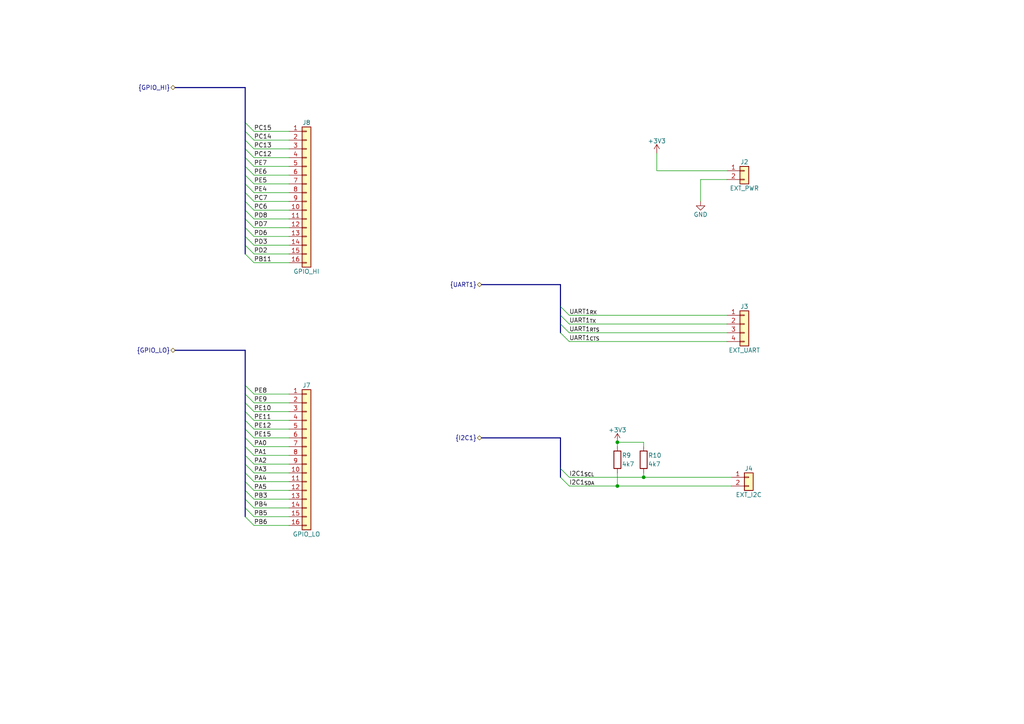
<source format=kicad_sch>
(kicad_sch (version 20211123) (generator eeschema)
  (paper "A4")
  (title_block (title "EFM32TG11-Core") (date "2022-02-18") (rev "A") (company "Project: EFM32TG11-Core") (comment 1 "Rev A: Initial Release"))
  (lib_symbols
    (symbol "Connector_Generic:Conn_01x02" (pin_names (offset 1.016) hide)
      (property "Reference" "J" (at 0 2.54 0))
      (property "Value" "Conn_01x02" (at 0 -5.08 0))
      (symbol "Conn_01x02_1_1"
        (rectangle (start -1.27 -2.413) (end 0 -2.667) (stroke (width 0.1524)))
        (rectangle (start -1.27 0.127) (end 0 -0.127) (stroke (width 0.1524)))
        (rectangle (start -1.27 1.27) (end 1.27 -3.81) (stroke (width 0.254)) (fill (type background)))
        (pin passive line (at -5.08 0 0) (length 3.81) (name "Pin_1") (number "1"))
        (pin passive line (at -5.08 -2.54 0) (length 3.81) (name "Pin_2") (number "2"))
      )
    )
    (symbol "Connector_Generic:Conn_01x04" (pin_names (offset 1.016) hide)
      (property "Reference" "J" (at 0 5.08 0))
      (property "Value" "Conn_01x04" (at 0 -7.62 0))
      (symbol "Conn_01x04_1_1"
        (rectangle (start -1.27 -4.953) (end 0 -5.207) (stroke (width 0.1524)))
        (rectangle (start -1.27 -2.413) (end 0 -2.667) (stroke (width 0.1524)))
        (rectangle (start -1.27 0.127) (end 0 -0.127) (stroke (width 0.1524)))
        (rectangle (start -1.27 2.667) (end 0 2.413) (stroke (width 0.1524)))
        (rectangle (start -1.27 3.81) (end 1.27 -6.35) (stroke (width 0.254)) (fill (type background)))
        (pin passive line (at -5.08 2.54 0) (length 3.81) (name "Pin_1") (number "1"))
        (pin passive line (at -5.08 0 0) (length 3.81) (name "Pin_2") (number "2"))
        (pin passive line (at -5.08 -2.54 0) (length 3.81) (name "Pin_3") (number "3"))
        (pin passive line (at -5.08 -5.08 0) (length 3.81) (name "Pin_4") (number "4"))
      )
    )
    (symbol "Connector_Generic:Conn_01x16" (pin_names (offset 1.016) hide)
      (property "Reference" "J" (at 0 20.32 0))
      (property "Value" "Conn_01x16" (at 0 -22.86 0))
      (symbol "Conn_01x16_1_1"
        (rectangle (start -1.27 -20.193) (end 0 -20.447) (stroke (width 0.1524)))
        (rectangle (start -1.27 -17.653) (end 0 -17.907) (stroke (width 0.1524)))
        (rectangle (start -1.27 -15.113) (end 0 -15.367) (stroke (width 0.1524)))
        (rectangle (start -1.27 -12.573) (end 0 -12.827) (stroke (width 0.1524)))
        (rectangle (start -1.27 -10.033) (end 0 -10.287) (stroke (width 0.1524)))
        (rectangle (start -1.27 -7.493) (end 0 -7.747) (stroke (width 0.1524)))
        (rectangle (start -1.27 -4.953) (end 0 -5.207) (stroke (width 0.1524)))
        (rectangle (start -1.27 -2.413) (end 0 -2.667) (stroke (width 0.1524)))
        (rectangle (start -1.27 0.127) (end 0 -0.127) (stroke (width 0.1524)))
        (rectangle (start -1.27 2.667) (end 0 2.413) (stroke (width 0.1524)))
        (rectangle (start -1.27 5.207) (end 0 4.953) (stroke (width 0.1524)))
        (rectangle (start -1.27 7.747) (end 0 7.493) (stroke (width 0.1524)))
        (rectangle (start -1.27 10.287) (end 0 10.033) (stroke (width 0.1524)))
        (rectangle (start -1.27 12.827) (end 0 12.573) (stroke (width 0.1524)))
        (rectangle (start -1.27 15.367) (end 0 15.113) (stroke (width 0.1524)))
        (rectangle (start -1.27 17.907) (end 0 17.653) (stroke (width 0.1524)))
        (rectangle (start -1.27 19.05) (end 1.27 -21.59) (stroke (width 0.254)) (fill (type background)))
        (pin passive line (at -5.08 17.78 0) (length 3.81) (name "Pin_1") (number "1"))
        (pin passive line (at -5.08 -5.08 0) (length 3.81) (name "Pin_10") (number "10"))
        (pin passive line (at -5.08 -7.62 0) (length 3.81) (name "Pin_11") (number "11"))
        (pin passive line (at -5.08 -10.16 0) (length 3.81) (name "Pin_12") (number "12"))
        (pin passive line (at -5.08 -12.7 0) (length 3.81) (name "Pin_13") (number "13"))
        (pin passive line (at -5.08 -15.24 0) (length 3.81) (name "Pin_14") (number "14"))
        (pin passive line (at -5.08 -17.78 0) (length 3.81) (name "Pin_15") (number "15"))
        (pin passive line (at -5.08 -20.32 0) (length 3.81) (name "Pin_16") (number "16"))
        (pin passive line (at -5.08 15.24 0) (length 3.81) (name "Pin_2") (number "2"))
        (pin passive line (at -5.08 12.7 0) (length 3.81) (name "Pin_3") (number "3"))
        (pin passive line (at -5.08 10.16 0) (length 3.81) (name "Pin_4") (number "4"))
        (pin passive line (at -5.08 7.62 0) (length 3.81) (name "Pin_5") (number "5"))
        (pin passive line (at -5.08 5.08 0) (length 3.81) (name "Pin_6") (number "6"))
        (pin passive line (at -5.08 2.54 0) (length 3.81) (name "Pin_7") (number "7"))
        (pin passive line (at -5.08 0 0) (length 3.81) (name "Pin_8") (number "8"))
        (pin passive line (at -5.08 -2.54 0) (length 3.81) (name "Pin_9") (number "9"))
      )
    )
    (symbol "Device:R" (pin_numbers hide) (pin_names (offset 0))
      (property "Reference" "R" (at 2.032 0 90))
      (property "Value" "R" (at 0 0 90))
      (symbol "R_0_1"
        (rectangle (start -1.016 -2.54) (end 1.016 2.54) (stroke (width 0.254)))
      )
      (symbol "R_1_1"
        (pin passive line (at 0 3.81 270) (length 1.27) (name "~") (number "1"))
        (pin passive line (at 0 -3.81 90) (length 1.27) (name "~") (number "2"))
      )
    )
    (symbol "power:+3V3" (power) (pin_names (offset 0))
      (property "Value" "+3V3" (at 0 3.556 0))
      (symbol "+3V3_0_1"
        (polyline (pts (xy -0.762 1.27) (xy 0 2.54)))
        (polyline (pts (xy 0 0) (xy 0 2.54)))
        (polyline (pts (xy 0 2.54) (xy 0.762 1.27)))
      )
      (symbol "+3V3_1_1"
        (pin power_in line (at 0 0 90) (length 0) hide (name "+3V3") (number "1"))
      )
    )
    (symbol "power:GND" (power) (pin_names (offset 0))
      (property "Value" "GND" (at 0 -3.81 0))
      (symbol "GND_0_1"
        (polyline (pts (xy 0 0) (xy 0 -1.27) (xy 1.27 -1.27) (xy 0 -2.54) (xy -1.27 -1.27) (xy 0 -1.27)))
      )
      (symbol "GND_1_1"
        (pin power_in line (at 0 0 270) (length 0) hide (name "GND") (number "1"))
      )
    )
  )
  (bus_alias "GPIO_HI" (members "PB11" "PD[2..3]" "PD[6..8]" "PC[6..7]" "PE[4..7]" "PC[12..15]"))
  (bus_alias "GPIO_LO" (members "PE[8..12]" "PE15" "PA[0..5]" "PB[3..6]"))
  (junction (at 179.07 140.97))
  (junction (at 186.69 138.43))
  (junction (at 179.07 128.27))
  (bus_entry (at 71.12 43.18) (size 2.54 2.54))
  (bus_entry (at 162.56 88.9) (size 2.54 2.54))
  (bus_entry (at 162.56 91.44) (size 2.54 2.54))
  (bus_entry (at 162.56 93.98) (size 2.54 2.54))
  (bus_entry (at 162.56 96.52) (size 2.54 2.54))
  (bus_entry (at 71.12 144.78) (size 2.54 2.54))
  (bus_entry (at 71.12 132.08) (size 2.54 2.54))
  (bus_entry (at 71.12 137.16) (size 2.54 2.54))
  (bus_entry (at 71.12 124.46) (size 2.54 2.54))
  (bus_entry (at 71.12 35.56) (size 2.54 2.54))
  (bus_entry (at 71.12 121.92) (size 2.54 2.54))
  (bus_entry (at 71.12 60.96) (size 2.54 2.54))
  (bus_entry (at 71.12 40.64) (size 2.54 2.54))
  (bus_entry (at 71.12 71.12) (size 2.54 2.54))
  (bus_entry (at 71.12 129.54) (size 2.54 2.54))
  (bus_entry (at 71.12 45.72) (size 2.54 2.54))
  (bus_entry (at 71.12 50.8) (size 2.54 2.54))
  (bus_entry (at 71.12 68.58) (size 2.54 2.54))
  (bus_entry (at 71.12 48.26) (size 2.54 2.54))
  (bus_entry (at 71.12 114.3) (size 2.54 2.54))
  (bus_entry (at 71.12 119.38) (size 2.54 2.54))
  (bus_entry (at 71.12 127) (size 2.54 2.54))
  (bus_entry (at 71.12 139.7) (size 2.54 2.54))
  (bus_entry (at 71.12 147.32) (size 2.54 2.54))
  (bus_entry (at 71.12 53.34) (size 2.54 2.54))
  (bus_entry (at 71.12 149.86) (size 2.54 2.54))
  (bus_entry (at 71.12 63.5) (size 2.54 2.54))
  (bus_entry (at 71.12 142.24) (size 2.54 2.54))
  (bus_entry (at 71.12 116.84) (size 2.54 2.54))
  (bus_entry (at 71.12 58.42) (size 2.54 2.54))
  (bus_entry (at 71.12 55.88) (size 2.54 2.54))
  (bus_entry (at 71.12 73.66) (size 2.54 2.54))
  (bus_entry (at 71.12 111.76) (size 2.54 2.54))
  (bus_entry (at 71.12 66.04) (size 2.54 2.54))
  (bus_entry (at 162.56 135.89) (size 2.54 2.54))
  (bus_entry (at 162.56 138.43) (size 2.54 2.54))
  (bus_entry (at 71.12 134.62) (size 2.54 2.54))
  (bus_entry (at 71.12 38.1) (size 2.54 2.54))
  (bus (pts (xy 162.56 96.52) (xy 162.56 93.98)))
  (bus (pts (xy 71.12 35.56) (xy 71.12 25.4)))
  (bus (pts (xy 71.12 147.32) (xy 71.12 144.78)))
  (bus (pts (xy 50.8 101.6) (xy 71.12 101.6)))
  (bus (pts (xy 71.12 124.46) (xy 71.12 121.92)))
  (bus (pts (xy 71.12 53.34) (xy 71.12 50.8)))
  (bus (pts (xy 71.12 134.62) (xy 71.12 132.08)))
  (wire (pts (xy 73.66 144.78) (xy 83.82 144.78)))
  (bus (pts (xy 162.56 91.44) (xy 162.56 88.9)))
  (bus (pts (xy 71.12 129.54) (xy 71.12 127)))
  (bus (pts (xy 71.12 68.58) (xy 71.12 66.04)))
  (wire (pts (xy 73.66 116.84) (xy 83.82 116.84)))
  (bus (pts (xy 71.12 127) (xy 71.12 124.46)))
  (wire (pts (xy 190.5 44.45) (xy 190.5 49.53)))
  (wire (pts (xy 203.2 52.07) (xy 203.2 58.42)))
  (bus (pts (xy 71.12 73.66) (xy 71.12 71.12)))
  (bus (pts (xy 71.12 142.24) (xy 71.12 139.7)))
  (wire (pts (xy 165.1 140.97) (xy 179.07 140.97)))
  (bus (pts (xy 71.12 50.8) (xy 71.12 48.26)))
  (wire (pts (xy 165.1 93.98) (xy 210.82 93.98)))
  (wire (pts (xy 165.1 91.44) (xy 210.82 91.44)))
  (wire (pts (xy 73.66 68.58) (xy 83.82 68.58)))
  (bus (pts (xy 71.12 114.3) (xy 71.12 111.76)))
  (wire (pts (xy 179.07 137.16) (xy 179.07 140.97)))
  (bus (pts (xy 71.12 116.84) (xy 71.12 114.3)))
  (wire (pts (xy 73.66 73.66) (xy 83.82 73.66)))
  (wire (pts (xy 73.66 121.92) (xy 83.82 121.92)))
  (bus (pts (xy 71.12 137.16) (xy 71.12 134.62)))
  (wire (pts (xy 73.66 119.38) (xy 83.82 119.38)))
  (bus (pts (xy 162.56 138.43) (xy 162.56 135.89)))
  (wire (pts (xy 165.1 99.06) (xy 210.82 99.06)))
  (wire (pts (xy 73.66 149.86) (xy 83.82 149.86)))
  (bus (pts (xy 139.7 127) (xy 162.56 127)))
  (wire (pts (xy 73.66 40.64) (xy 83.82 40.64)))
  (wire (pts (xy 165.1 138.43) (xy 186.69 138.43)))
  (wire (pts (xy 73.66 114.3) (xy 83.82 114.3)))
  (wire (pts (xy 73.66 137.16) (xy 83.82 137.16)))
  (bus (pts (xy 71.12 58.42) (xy 71.12 55.88)))
  (wire (pts (xy 73.66 66.04) (xy 83.82 66.04)))
  (bus (pts (xy 71.12 132.08) (xy 71.12 129.54)))
  (wire (pts (xy 73.66 142.24) (xy 83.82 142.24)))
  (wire (pts (xy 73.66 71.12) (xy 83.82 71.12)))
  (bus (pts (xy 71.12 139.7) (xy 71.12 137.16)))
  (bus (pts (xy 71.12 111.76) (xy 71.12 101.6)))
  (bus (pts (xy 71.12 71.12) (xy 71.12 68.58)))
  (bus (pts (xy 50.8 25.4) (xy 71.12 25.4)))
  (wire (pts (xy 73.66 139.7) (xy 83.82 139.7)))
  (wire (pts (xy 73.66 76.2) (xy 83.82 76.2)))
  (wire (pts (xy 186.69 137.16) (xy 186.69 138.43)))
  (wire (pts (xy 73.66 58.42) (xy 83.82 58.42)))
  (bus (pts (xy 71.12 55.88) (xy 71.12 53.34)))
  (wire (pts (xy 186.69 128.27) (xy 179.07 128.27)))
  (bus (pts (xy 71.12 121.92) (xy 71.12 119.38)))
  (wire (pts (xy 73.66 147.32) (xy 83.82 147.32)))
  (bus (pts (xy 71.12 119.38) (xy 71.12 116.84)))
  (bus (pts (xy 71.12 38.1) (xy 71.12 35.56)))
  (wire (pts (xy 73.66 134.62) (xy 83.82 134.62)))
  (bus (pts (xy 71.12 43.18) (xy 71.12 40.64)))
  (wire (pts (xy 186.69 138.43) (xy 212.09 138.43)))
  (bus (pts (xy 71.12 48.26) (xy 71.12 45.72)))
  (wire (pts (xy 179.07 140.97) (xy 212.09 140.97)))
  (wire (pts (xy 73.66 63.5) (xy 83.82 63.5)))
  (bus (pts (xy 162.56 88.9) (xy 162.56 82.55)))
  (bus (pts (xy 139.7 82.55) (xy 162.56 82.55)))
  (wire (pts (xy 73.66 60.96) (xy 83.82 60.96)))
  (wire (pts (xy 73.66 55.88) (xy 83.82 55.88)))
  (wire (pts (xy 179.07 128.27) (xy 179.07 129.54)))
  (wire (pts (xy 73.66 132.08) (xy 83.82 132.08)))
  (bus (pts (xy 71.12 144.78) (xy 71.12 142.24)))
  (wire (pts (xy 73.66 129.54) (xy 83.82 129.54)))
  (wire (pts (xy 190.5 49.53) (xy 210.82 49.53)))
  (wire (pts (xy 73.66 152.4) (xy 83.82 152.4)))
  (bus (pts (xy 71.12 60.96) (xy 71.12 58.42)))
  (bus (pts (xy 71.12 45.72) (xy 71.12 43.18)))
  (wire (pts (xy 73.66 45.72) (xy 83.82 45.72)))
  (wire (pts (xy 73.66 124.46) (xy 83.82 124.46)))
  (wire (pts (xy 73.66 48.26) (xy 83.82 48.26)))
  (wire (pts (xy 73.66 38.1) (xy 83.82 38.1)))
  (wire (pts (xy 186.69 129.54) (xy 186.69 128.27)))
  (bus (pts (xy 71.12 149.86) (xy 71.12 147.32)))
  (wire (pts (xy 73.66 50.8) (xy 83.82 50.8)))
  (wire (pts (xy 73.66 43.18) (xy 83.82 43.18)))
  (wire (pts (xy 73.66 53.34) (xy 83.82 53.34)))
  (bus (pts (xy 162.56 93.98) (xy 162.56 91.44)))
  (wire (pts (xy 165.1 96.52) (xy 210.82 96.52)))
  (wire (pts (xy 73.66 127) (xy 83.82 127)))
  (bus (pts (xy 71.12 66.04) (xy 71.12 63.5)))
  (bus (pts (xy 71.12 63.5) (xy 71.12 60.96)))
  (bus (pts (xy 71.12 40.64) (xy 71.12 38.1)))
  (bus (pts (xy 162.56 135.89) (xy 162.56 127)))
  (wire (pts (xy 203.2 52.07) (xy 210.82 52.07)))
  (label "PE6" (at 73.66 50.8 0))
  (label "PD2" (at 73.66 73.66 0))
  (label "PE7" (at 73.66 48.26 0))
  (label "UART1_{RTS}" (at 165.1 96.52 0))
  (label "PB4" (at 73.66 147.32 0))
  (label "PC12" (at 73.66 45.72 0))
  (label "PC13" (at 73.66 43.18 0))
  (label "PE10" (at 73.66 119.38 0))
  (label "PA5" (at 73.66 142.24 0))
  (label "PA2" (at 73.66 134.62 0))
  (label "PD3" (at 73.66 71.12 0))
  (label "PE15" (at 73.66 127 0))
  (label "PB5" (at 73.66 149.86 0))
  (label "PE11" (at 73.66 121.92 0))
  (label "PB6" (at 73.66 152.4 0))
  (label "PC7" (at 73.66 58.42 0))
  (label "PA4" (at 73.66 139.7 0))
  (label "PA3" (at 73.66 137.16 0))
  (label "UART1_{CTS}" (at 165.1 99.06 0))
  (label "PE12" (at 73.66 124.46 0))
  (label "PD8" (at 73.66 63.5 0))
  (label "PC6" (at 73.66 60.96 0))
  (label "PA1" (at 73.66 132.08 0))
  (label "PE5" (at 73.66 53.34 0))
  (label "I2C1_{SDA}" (at 165.1 140.97 0))
  (label "I2C1_{SCL}" (at 165.1 138.43 0))
  (label "PD7" (at 73.66 66.04 0))
  (label "PC15" (at 73.66 38.1 0))
  (label "PE9" (at 73.66 116.84 0))
  (label "UART1_{RX}" (at 165.1 91.44 0))
  (label "PC14" (at 73.66 40.64 0))
  (label "PD6" (at 73.66 68.58 0))
  (label "UART1_{TX}" (at 165.1 93.98 0))
  (label "PE4" (at 73.66 55.88 0))
  (label "PB11" (at 73.66 76.2 0))
  (label "PB3" (at 73.66 144.78 0))
  (label "PA0" (at 73.66 129.54 0))
  (label "PE8" (at 73.66 114.3 0))
  (hierarchical_label "{GPIO_LO}" (shape bidirectional) (at 50.8 101.6 180))
  (hierarchical_label "{I2C1}" (shape bidirectional) (at 139.7 127 180))
  (hierarchical_label "{GPIO_HI}" (shape bidirectional) (at 50.8 25.4 180))
  (hierarchical_label "{UART1}" (shape bidirectional) (at 139.7 82.55 180))
  (symbol (lib_id "power:+3V3") (at 190.5 44.45 0) (unit 1)
    (property "Reference" "#PWR0122" (effects hide))
    (property "Value" "+3V3" (at 190.5 40.894 0))
  )
  (symbol (lib_id "Connector_Generic:Conn_01x02") (at 215.9 49.53 0) (unit 1)
    (property "Reference" "J2" (at 215.9 46.99 0))
    (property "Value" "EXT_PWR" (at 215.9 54.61 0))
    (property "Footprint" "Connector_PinHeader_2.54mm:PinHeader_1x02_P2.54mm_Horizontal" (effects hide))
  )
  (symbol (lib_id "Connector_Generic:Conn_01x16") (at 88.9 55.88 0) (unit 1)
    (property "Reference" "J8" (at 88.9 35.56 0))
    (property "Value" "GPIO_HI" (at 88.9 78.74 0))
    (property "Footprint" "Connector_PinSocket_2.54mm:PinSocket_1x16_P2.54mm_Vertical" (effects hide))
  )
  (symbol (lib_id "Device:R") (at 186.69 133.35 0) (unit 1)
    (property "Reference" "R10" (at 187.96 132.08 0) (effects (justify left)))
    (property "Value" "4k7" (at 187.96 134.62 0) (effects (justify left)))
    (property "Footprint" "Resistor_SMD:R_0603_1608Metric" (effects hide))
    (property "PartsBox PN" "RES-0603-4k7-0.1W" (effects hide))
  )
  (symbol (lib_id "power:GND") (at 203.2 58.42 0) (unit 1)
    (property "Reference" "#PWR0121" (effects hide))
    (property "Value" "GND" (at 203.2 62.23 0))
  )
  (symbol (lib_id "Connector_Generic:Conn_01x16") (at 88.9 132.08 0) (unit 1)
    (property "Reference" "J7" (at 88.9 111.76 0))
    (property "Value" "GPIO_LO" (at 88.9 154.94 0))
    (property "Footprint" "Connector_PinSocket_2.54mm:PinSocket_1x16_P2.54mm_Vertical" (effects hide))
  )
  (symbol (lib_id "Connector_Generic:Conn_01x02") (at 217.17 138.43 0) (unit 1)
    (property "Reference" "J4" (at 217.17 135.89 0))
    (property "Value" "EXT_I2C" (at 217.17 143.51 0))
    (property "Footprint" "Connector_PinHeader_2.54mm:PinHeader_1x02_P2.54mm_Horizontal" (effects hide))
  )
  (symbol (lib_id "Device:R") (at 179.07 133.35 0) (unit 1)
    (property "Reference" "R9" (at 180.34 132.08 0) (effects (justify left)))
    (property "Value" "4k7" (at 180.34 134.62 0) (effects (justify left)))
    (property "Footprint" "Resistor_SMD:R_0603_1608Metric" (effects hide))
    (property "PartsBox PN" "RES-0603-4k7-0.1W" (effects hide))
  )
  (symbol (lib_id "Connector_Generic:Conn_01x04") (at 215.9 93.98 0) (unit 1)
    (property "Reference" "J3" (at 215.9 88.9 0))
    (property "Value" "EXT_UART" (at 215.9 101.6 0))
    (property "Footprint" "Connector_PinHeader_2.54mm:PinHeader_1x04_P2.54mm_Horizontal" (effects hide))
  )
  (symbol (lib_id "power:+3V3") (at 179.07 128.27 0) (unit 1)
    (property "Reference" "#PWR0123" (effects hide))
    (property "Value" "+3V3" (at 179.07 124.714 0))
  )
)
</source>
